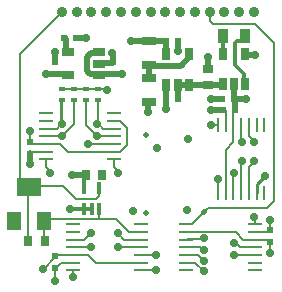
<source format=gbr>
%TF.GenerationSoftware,Altium Limited,Altium Designer,21.6.4 (81)*%
G04 Layer_Physical_Order=1*
G04 Layer_Color=255*
%FSLAX43Y43*%
%MOMM*%
%TF.SameCoordinates,237B7D82-E972-44EC-B40D-EB97757C63C7*%
%TF.FilePolarity,Positive*%
%TF.FileFunction,Copper,L1,Top,Signal*%
%TF.Part,Single*%
G01*
G75*
%TA.AperFunction,SMDPad,CuDef*%
%ADD10R,0.800X0.900*%
%ADD11R,1.250X0.250*%
%ADD12R,0.900X1.300*%
G04:AMPARAMS|DCode=13|XSize=0.3mm|YSize=1mm|CornerRadius=0mm|HoleSize=0mm|Usage=FLASHONLY|Rotation=180.000|XOffset=0mm|YOffset=0mm|HoleType=Round|Shape=RoundedRectangle|*
%AMROUNDEDRECTD13*
21,1,0.300,1.000,0,0,180.0*
21,1,0.300,1.000,0,0,180.0*
1,1,0.000,-0.150,0.500*
1,1,0.000,0.150,0.500*
1,1,0.000,0.150,-0.500*
1,1,0.000,-0.150,-0.500*
%
%ADD13ROUNDEDRECTD13*%
G04:AMPARAMS|DCode=14|XSize=1.1mm|YSize=0.6mm|CornerRadius=0.021mm|HoleSize=0mm|Usage=FLASHONLY|Rotation=270.000|XOffset=0mm|YOffset=0mm|HoleType=Round|Shape=RoundedRectangle|*
%AMROUNDEDRECTD14*
21,1,1.100,0.558,0,0,270.0*
21,1,1.058,0.600,0,0,270.0*
1,1,0.042,-0.279,-0.529*
1,1,0.042,-0.279,0.529*
1,1,0.042,0.279,0.529*
1,1,0.042,0.279,-0.529*
%
%ADD14ROUNDEDRECTD14*%
%ADD15R,0.250X1.250*%
G04:AMPARAMS|DCode=16|XSize=1.1mm|YSize=0.6mm|CornerRadius=0.021mm|HoleSize=0mm|Usage=FLASHONLY|Rotation=0.000|XOffset=0mm|YOffset=0mm|HoleType=Round|Shape=RoundedRectangle|*
%AMROUNDEDRECTD16*
21,1,1.100,0.558,0,0,0.0*
21,1,1.058,0.600,0,0,0.0*
1,1,0.042,0.529,-0.279*
1,1,0.042,-0.529,-0.279*
1,1,0.042,-0.529,0.279*
1,1,0.042,0.529,0.279*
%
%ADD16ROUNDEDRECTD16*%
%ADD17R,1.300X1.600*%
%ADD18R,2.000X1.600*%
%ADD19C,0.500*%
%ADD20R,0.500X0.600*%
%ADD21R,0.500X0.400*%
%ADD22R,1.250X0.700*%
%ADD23R,0.600X0.500*%
%ADD24R,0.900X0.800*%
%TA.AperFunction,Conductor*%
%ADD25C,0.300*%
%ADD26C,0.500*%
%ADD27C,0.200*%
%ADD28C,0.250*%
%TA.AperFunction,ComponentPad*%
%ADD29C,0.900*%
%ADD30C,0.500*%
%TA.AperFunction,ViaPad*%
%ADD31C,0.700*%
D10*
X-5250Y-50D02*
D03*
X-6650D02*
D03*
X-11550Y-5650D02*
D03*
X-10150D02*
D03*
D11*
X-10030Y1250D02*
D03*
Y1900D02*
D03*
Y2550D02*
D03*
Y3200D02*
D03*
Y3850D02*
D03*
Y4500D02*
D03*
Y5150D02*
D03*
X-4270D02*
D03*
Y4500D02*
D03*
Y3850D02*
D03*
Y3200D02*
D03*
Y2550D02*
D03*
Y1900D02*
D03*
Y1250D02*
D03*
X-1995Y-8150D02*
D03*
Y-7500D02*
D03*
Y-6850D02*
D03*
Y-6200D02*
D03*
Y-5550D02*
D03*
Y-4900D02*
D03*
Y-4250D02*
D03*
X-7755D02*
D03*
Y-4900D02*
D03*
Y-5550D02*
D03*
Y-6200D02*
D03*
Y-6850D02*
D03*
Y-7500D02*
D03*
Y-8150D02*
D03*
X7630Y-4250D02*
D03*
Y-4900D02*
D03*
Y-5550D02*
D03*
Y-6200D02*
D03*
Y-6850D02*
D03*
Y-7500D02*
D03*
Y-8150D02*
D03*
X1870D02*
D03*
Y-7500D02*
D03*
Y-6850D02*
D03*
Y-6200D02*
D03*
Y-5550D02*
D03*
Y-4900D02*
D03*
Y-4250D02*
D03*
D12*
X4950Y11700D02*
D03*
X6850D02*
D03*
D13*
X-6800Y-3000D02*
D03*
X-6150D02*
D03*
X-5500D02*
D03*
Y-1200D02*
D03*
X-6800D02*
D03*
D14*
X175Y7525D02*
D03*
X1125D02*
D03*
X2075D02*
D03*
Y10125D02*
D03*
X175D02*
D03*
X4950Y7600D02*
D03*
X5900D02*
D03*
X6850D02*
D03*
Y10200D02*
D03*
X4950D02*
D03*
D15*
X4550Y-1605D02*
D03*
X5200D02*
D03*
X5850D02*
D03*
X6500D02*
D03*
X7150D02*
D03*
X7800D02*
D03*
X8450D02*
D03*
Y4155D02*
D03*
X7800D02*
D03*
X7150D02*
D03*
X6500D02*
D03*
X5850D02*
D03*
X5200D02*
D03*
X4550D02*
D03*
D16*
X-5575Y8400D02*
D03*
Y9350D02*
D03*
Y10300D02*
D03*
X-8175D02*
D03*
Y8400D02*
D03*
D17*
X-12700Y-3975D02*
D03*
X-10200D02*
D03*
D18*
X-11450Y-1075D02*
D03*
D19*
X3375Y-3250D02*
D03*
D20*
X-9225Y-7950D02*
D03*
Y-6950D02*
D03*
X-11400Y1725D02*
D03*
Y2725D02*
D03*
X-9250Y9450D02*
D03*
Y8450D02*
D03*
X-4375Y8450D02*
D03*
Y9450D02*
D03*
X8950Y-4725D02*
D03*
Y-5725D02*
D03*
D21*
X-6625Y7175D02*
D03*
Y6275D02*
D03*
X-5600Y7175D02*
D03*
Y6275D02*
D03*
X-8700D02*
D03*
Y7175D02*
D03*
X-7650D02*
D03*
Y6275D02*
D03*
D22*
X-1325Y6100D02*
D03*
Y8100D02*
D03*
Y9250D02*
D03*
Y11250D02*
D03*
D23*
X1125Y6375D02*
D03*
X125D02*
D03*
X1175Y11250D02*
D03*
X175D02*
D03*
X4900Y6375D02*
D03*
X5900D02*
D03*
X-8500Y11500D02*
D03*
X-7500D02*
D03*
X5000Y5400D02*
D03*
X6000D02*
D03*
D24*
X3700Y8900D02*
D03*
Y7500D02*
D03*
D25*
X-6750Y-50D02*
X-6675Y25D01*
X-6800Y-100D02*
X-6750Y-50D01*
X-6800Y-1200D02*
Y-100D01*
Y-3000D02*
X-6150D01*
X-8000Y-3000D02*
X-6800D01*
X6850Y11538D02*
Y11700D01*
X6550Y11238D02*
X6850Y11538D01*
X6000Y9200D02*
Y11062D01*
X6176Y11238D02*
X6550D01*
X6000Y11062D02*
X6176Y11238D01*
X4950Y10200D02*
Y11700D01*
X4950Y11700D02*
X4950Y11700D01*
X6000Y9200D02*
X6700Y8500D01*
Y7750D02*
X6850Y7600D01*
X6700Y7750D02*
Y8500D01*
D26*
X-6750Y-50D02*
X-6650D01*
X-7800D02*
X-6750D01*
X-6650D02*
X-6650Y-50D01*
X5950Y6275D02*
Y6375D01*
Y6275D02*
X6000Y6225D01*
Y5400D02*
Y6225D01*
X3925Y5400D02*
X5000D01*
X3975Y6375D02*
X4900D01*
X3950Y6350D02*
X3975Y6375D01*
X150Y6375D02*
Y7500D01*
X138Y5662D02*
X150Y5650D01*
X125Y5675D02*
X138Y5662D01*
Y6375D01*
Y5592D02*
Y5662D01*
X150Y5592D02*
Y5650D01*
Y5500D02*
Y5592D01*
X138D02*
X150D01*
X138Y6375D02*
X150D01*
X-4375Y9450D02*
Y10225D01*
Y9400D02*
Y9450D01*
X-4621Y9400D02*
X-4375D01*
X-10025Y8475D02*
X-9250D01*
Y8450D02*
X-8125D01*
X-6575Y8743D02*
Y9875D01*
X-6200Y10250D02*
X-5450D01*
X-5625Y8450D02*
X-5575Y8400D01*
X-5450Y10250D02*
X-5375Y10325D01*
X-6575Y8743D02*
X-6282Y8450D01*
X-5625D01*
X-6575Y9875D02*
X-6200Y10250D01*
X-4621Y9400D02*
X-4621Y9400D01*
X-5525Y9400D02*
X-4621D01*
X-2825Y11250D02*
X-1325D01*
X125D01*
X-11400Y1725D02*
Y1750D01*
Y850D02*
Y1725D01*
X-4400Y10250D02*
X-4375Y10225D01*
X-7500Y11500D02*
X-6650D01*
X-8350Y10400D02*
Y11400D01*
Y10400D02*
X-8300Y10350D01*
X-8125D01*
X-8450Y11500D02*
X-8350Y11400D01*
X-8500Y11500D02*
X-8450D01*
X6850Y10138D02*
Y10200D01*
X7637Y10088D02*
X7675Y10050D01*
X6850Y10138D02*
X6900Y10088D01*
X7637D01*
X5950Y6375D02*
X6875D01*
X5900D02*
X5950D01*
X-4375Y8450D02*
X-3600D01*
X-9250Y8450D02*
Y8475D01*
X-1325Y8100D02*
Y9250D01*
X3687Y7513D02*
X3700Y7500D01*
X2088Y7513D02*
X3687D01*
X2075Y7525D02*
X2088Y7513D01*
X-1350Y6075D02*
X-1325Y6100D01*
X-1350Y5250D02*
Y6075D01*
X125Y6375D02*
X138D01*
X150Y7500D02*
X175Y7525D01*
X125Y11250D02*
X125Y11250D01*
X175D01*
X1375Y9175D02*
X2075Y9875D01*
Y10125D01*
X-1250Y9175D02*
X1375D01*
X-1325Y9250D02*
X-1250Y9175D01*
X1175Y10400D02*
Y11250D01*
X175Y10125D02*
Y11250D01*
X1125Y7525D02*
X2075D01*
X1125Y6375D02*
Y7525D01*
Y6375D02*
X1125D01*
X3700Y9875D02*
X3700Y9875D01*
X3700Y8900D02*
Y9875D01*
Y7500D02*
X3750Y7550D01*
X4900D02*
X4950Y7600D01*
X3750Y7550D02*
X4900D01*
X6875Y6375D02*
X6875Y6375D01*
X5900Y6375D02*
Y7600D01*
X5900Y7600D01*
X-9250Y9450D02*
Y10325D01*
X-5525Y8450D02*
X-4375D01*
D27*
X-5800Y-2100D02*
X-5537Y-1837D01*
X-7475Y-2100D02*
X-5800D01*
X-5537Y-1037D02*
X-5500Y-1000D01*
X-5537Y-1837D02*
Y-1037D01*
X-8600Y-975D02*
X-7475Y-2100D01*
X-5500Y-3800D02*
X-4100D01*
X-10025D02*
X-5500D01*
X-10200Y-3975D02*
X-10025Y-3800D01*
X-4100D02*
X-3000Y-4900D01*
X4100Y12700D02*
X7700D01*
X9275Y-2325D02*
Y11125D01*
X7700Y12700D02*
X9275Y11125D01*
X3825Y12975D02*
X4100Y12700D01*
X-5500Y-3800D02*
Y-2800D01*
X-11350Y-975D02*
X-8600D01*
X-10030Y2550D02*
X-8850D01*
X-8200Y1900D01*
X5200Y4155D02*
Y5404D01*
X5850Y2700D02*
Y5250D01*
X-3000Y-4900D02*
X-1995D01*
X-10030Y590D02*
Y1250D01*
X-9700Y125D02*
Y260D01*
X-10030Y590D02*
X-9700Y260D01*
X5925Y-6850D02*
X7630D01*
X6525Y-1580D02*
Y1050D01*
X6500Y-1605D02*
X6525Y-1580D01*
Y1050D02*
X6575Y1100D01*
X7150Y631D02*
X7600Y1081D01*
Y1100D01*
X7150Y-1605D02*
Y631D01*
Y3219D02*
X7600Y2769D01*
X7150Y3219D02*
Y4155D01*
X7600Y2750D02*
Y2769D01*
X6525Y2800D02*
X6575Y2750D01*
X6500Y4155D02*
X6525Y4130D01*
Y2800D02*
Y4130D01*
X-6500Y2500D02*
X-6475Y2525D01*
X-4295D01*
X-4270Y2550D01*
X-6650Y4175D02*
Y6250D01*
Y4175D02*
X-5675Y3200D01*
X-4270D01*
X-5637Y4238D02*
Y6238D01*
X-5675Y4200D02*
X-5637Y4238D01*
X-5675Y4200D02*
X-5545D01*
X-5195Y3850D02*
X-4270D01*
X-5545Y4200D02*
X-5195Y3850D01*
X-8712Y4200D02*
Y6262D01*
X-8700Y4200D02*
Y6275D01*
X-8755Y4200D02*
X-8712D01*
X-10030Y3850D02*
X-9105D01*
X-8755Y4200D01*
X-9225Y-6950D02*
X-9125Y-6850D01*
X-9258Y-6983D02*
X-9225Y-6950D01*
X-11387Y3612D02*
X-11375Y3625D01*
X3950Y4150D02*
X4545D01*
X4550Y4155D01*
X-4912Y7162D02*
X-4900Y7150D01*
X-5588Y7162D02*
X-4912D01*
X-9258Y-7033D02*
Y-6983D01*
X-10250Y-8000D02*
X-10225D01*
X-9258Y-7033D01*
X3725Y-2900D02*
X8700D01*
X3375Y-3250D02*
X3725Y-2900D01*
X8700D02*
X9275Y-2325D01*
X2370Y-4250D02*
X3372Y-3247D01*
X6475Y1075D02*
X6500Y1050D01*
X3825Y12975D02*
Y13700D01*
X-9225Y-9050D02*
Y-7950D01*
X7630Y-4250D02*
Y-3645D01*
X1870Y-4250D02*
X2370D01*
X1895Y-7525D02*
X2600D01*
X3325Y-8250D01*
X1870Y-7500D02*
X1895Y-7525D01*
X-11550Y-1075D02*
X-11450D01*
X-12250Y-375D02*
X-11550Y-1075D01*
X-12250Y10125D02*
X-8675Y13700D01*
X-12250Y-375D02*
Y10125D01*
X-4270Y580D02*
Y1250D01*
Y580D02*
X-3950Y260D01*
Y125D02*
Y260D01*
X4550Y-400D02*
X4550Y-400D01*
X4550Y-1605D02*
Y-400D01*
X5200Y2050D02*
X5850Y2700D01*
X5200Y-1605D02*
Y2050D01*
X-8775Y-7500D02*
X-7755D01*
X-9025Y-7750D02*
X-8775Y-7500D01*
X-9225Y-7950D02*
Y-7900D01*
X-9075Y-7750D01*
X-9025D01*
X-9125Y-6850D02*
X-7755D01*
X-11450Y-1075D02*
X-11350Y-975D01*
X-11550Y-1175D02*
X-11450Y-1075D01*
X-11550Y-5650D02*
Y-1175D01*
X-10200Y-5600D02*
X-10150Y-5650D01*
X-10200Y-5600D02*
Y-3975D01*
X-9225Y-7950D02*
X-9225Y-7950D01*
X-5637Y6238D02*
X-5600Y6275D01*
X-6650Y6250D02*
X-6625Y6275D01*
X-7675Y4225D02*
Y6250D01*
X-7650Y6275D01*
X-8712Y6262D02*
X-8700Y6275D01*
X-5600Y7175D02*
X-5588Y7162D01*
X-7755Y-8720D02*
Y-8150D01*
Y-8720D02*
X-7750Y-8725D01*
X-1995Y-8150D02*
X-675D01*
X-675Y-8150D01*
X-1982Y-6838D02*
X-762D01*
X-1995Y-6850D02*
X-1982Y-6838D01*
X-762D02*
X-750Y-6825D01*
X-11387Y2738D02*
Y3612D01*
X-11400Y2725D02*
X-11387Y2738D01*
X2875Y-6850D02*
X3350Y-7325D01*
X1870Y-6850D02*
X2875D01*
X1870Y-6200D02*
X3015D01*
X3215Y-6400D01*
X3350D01*
X3275Y-5525D02*
X3350Y-5450D01*
X1870Y-5550D02*
X1895Y-5525D01*
X3275D01*
X-3200Y2470D02*
Y3930D01*
X-4270Y1900D02*
X-3770D01*
X-3200Y2470D01*
X5850Y75D02*
X5875Y100D01*
X5850Y-1605D02*
Y75D01*
X-6625Y7175D02*
X-5600D01*
X-7650D02*
X-6625D01*
X-8700D02*
X-7650D01*
X-8200Y1900D02*
X-4270D01*
Y4500D02*
X-3770D01*
X-3200Y3930D01*
X-8700Y3200D02*
X-7675Y4225D01*
X-10030Y3200D02*
X-8700D01*
X-11400Y2700D02*
X-11250Y2550D01*
X-10030D01*
X-11400Y2700D02*
Y2725D01*
X-11250Y1900D02*
X-10030D01*
X-11400Y1750D02*
X-11250Y1900D01*
X-11400Y850D02*
X-11400Y850D01*
X8950Y-6650D02*
Y-5725D01*
X8950Y-5725D01*
X8950Y-3900D02*
X8950Y-3900D01*
Y-4725D02*
Y-3900D01*
Y-4750D02*
Y-4725D01*
X7630Y-4900D02*
X8800D01*
X8950Y-4750D01*
Y-5725D02*
Y-5700D01*
X7630Y-5550D02*
X8800D01*
X8950Y-5700D01*
X6675Y-5550D02*
X7630D01*
X1870Y-4900D02*
X6025D01*
X6675Y-5550D01*
X-7755Y-6850D02*
X-6475D01*
X-7755Y-6850D02*
X-7755Y-6850D01*
X-5825Y-7500D02*
X-1995D01*
X-6475Y-6850D02*
X-5825Y-7500D01*
X6435Y-6200D02*
X7630D01*
X6060Y-5825D02*
X6435Y-6200D01*
X5925Y-5825D02*
X6060D01*
X-7755Y-5550D02*
X-6800D01*
X-6250Y-5000D01*
X-3900Y-6200D02*
X-1995D01*
X-3925Y-5025D02*
X-3400Y-5550D01*
X-1995D01*
X-7755Y-6200D02*
X-6300D01*
D28*
X7800Y-875D02*
X8500Y-175D01*
X7800Y-1605D02*
Y-875D01*
D29*
X-8675Y13700D02*
D03*
X-7425D02*
D03*
X-6175D02*
D03*
X-4925D02*
D03*
X-3675D02*
D03*
X-2425D02*
D03*
X-1175D02*
D03*
X75D02*
D03*
X1325D02*
D03*
X2575D02*
D03*
X3825D02*
D03*
X5075D02*
D03*
X6325D02*
D03*
X7575D02*
D03*
D30*
X-1525Y3275D02*
D03*
Y-3325D02*
D03*
D31*
X-2650Y-3100D02*
D03*
X-7800Y-50D02*
D03*
X-5250Y-50D02*
D03*
X-8000Y-3000D02*
D03*
X-9700Y125D02*
D03*
X-6500Y2500D02*
D03*
X-11375Y3625D02*
D03*
X3950Y4150D02*
D03*
X-2825Y11250D02*
D03*
X-4900Y7150D02*
D03*
X-4400Y10250D02*
D03*
X-6650Y11500D02*
D03*
X-10250Y-8000D02*
D03*
X7675Y10050D02*
D03*
X8500Y-175D02*
D03*
X7600Y1100D02*
D03*
X6575D02*
D03*
X7625Y-3600D02*
D03*
X3925Y5400D02*
D03*
X-9225Y-9050D02*
D03*
X3325Y-8250D02*
D03*
X2025Y3000D02*
D03*
X-650Y2225D02*
D03*
X-3950Y125D02*
D03*
X4550Y-400D02*
D03*
X-3600Y8450D02*
D03*
X1925Y-3025D02*
D03*
X-10025Y8475D02*
D03*
X-1350Y5250D02*
D03*
X150Y5500D02*
D03*
X-9250Y10325D02*
D03*
X-5675Y4200D02*
D03*
X1175Y10400D02*
D03*
X3700Y9875D02*
D03*
X3950Y6350D02*
D03*
X6875Y6375D02*
D03*
X-675Y-8150D02*
D03*
X-7750Y-8725D02*
D03*
X-750Y-6825D02*
D03*
X3350Y-7325D02*
D03*
Y-6400D02*
D03*
Y-5450D02*
D03*
X5875Y100D02*
D03*
X-5675Y3200D02*
D03*
X-8700Y4200D02*
D03*
Y3200D02*
D03*
X-11400Y850D02*
D03*
X8950Y-6650D02*
D03*
X8950Y-3900D02*
D03*
X6575Y2750D02*
D03*
X7600D02*
D03*
X5925Y-6850D02*
D03*
Y-5825D02*
D03*
X-6250Y-5000D02*
D03*
Y-6200D02*
D03*
X-3925D02*
D03*
Y-5000D02*
D03*
%TF.MD5,f81a977718fa0b1892f594170c958737*%
M02*

</source>
